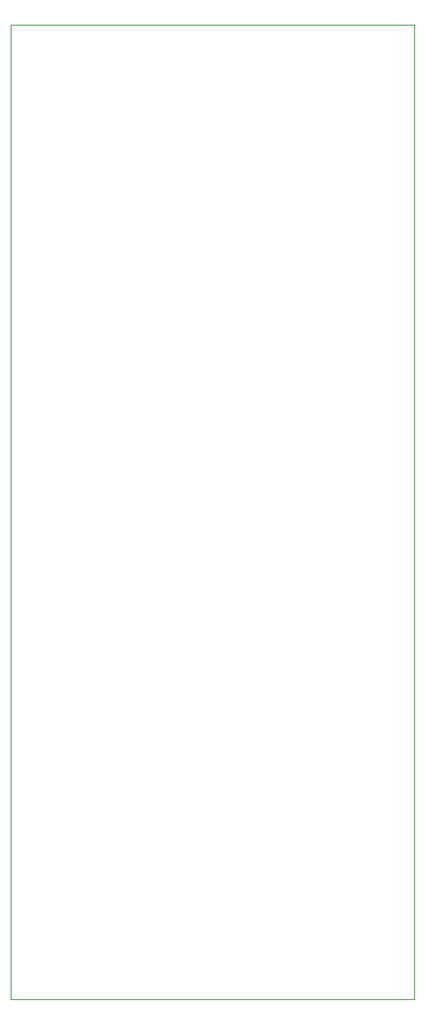
<source format=gbr>
G04 #@! TF.GenerationSoftware,KiCad,Pcbnew,5.1.4*
G04 #@! TF.CreationDate,2019-10-24T19:13:33+02:00*
G04 #@! TF.ProjectId,lpg,6c70672e-6b69-4636-9164-5f7063625858,rev?*
G04 #@! TF.SameCoordinates,Original*
G04 #@! TF.FileFunction,Profile,NP*
%FSLAX46Y46*%
G04 Gerber Fmt 4.6, Leading zero omitted, Abs format (unit mm)*
G04 Created by KiCad (PCBNEW 5.1.4) date 2019-10-24 19:13:33*
%MOMM*%
%LPD*%
G04 APERTURE LIST*
%ADD10C,0.050000*%
G04 APERTURE END LIST*
D10*
X96500000Y-54000000D02*
X96500000Y-154000000D01*
X138000000Y-54000000D02*
X96500000Y-54000000D01*
X138000000Y-154000000D02*
X138000000Y-54000000D01*
X96500000Y-154000000D02*
X138000000Y-154000000D01*
M02*

</source>
